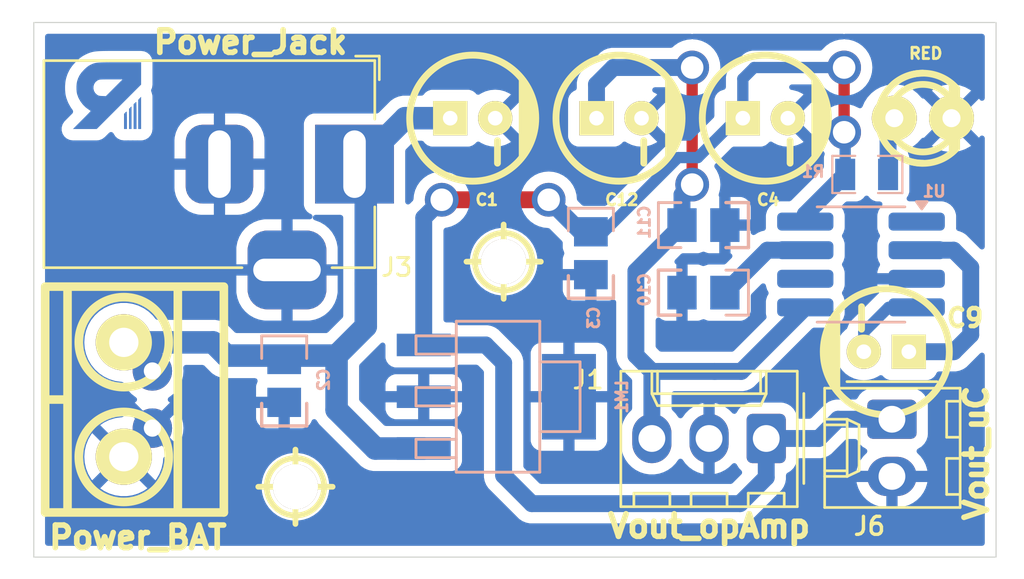
<source format=kicad_pcb>
(kicad_pcb (version 20240108) (generator "pcbnew") (generator_version "8.0")
  (title_block (title "Fuente Electroencefalograma") (date "2025-05-05") (rev "v2.0") (company "E.E.S.T. N°5 \"2 de Abril\" Temperley") (comment 1 "Autor: Iván Romano") (comment 2 "Curso: 7mo 6ta") (comment 3 "Grupo: 2"))
  (layers (0 "F.Cu" signal) (31 "B.Cu" signal) (34 "B.Paste" user) (35 "F.Paste" user) (36 "B.SilkS" user "B.Silkscreen") (37 "F.SilkS" user "F.Silkscreen") (38 "B.Mask" user) (39 "F.Mask" user) (44 "Edge.Cuts" user))
  (net 0 "")
  (net 1 "GND")
  (net 2 "+5V")
  (net 3 "-5V")
  (net 6 "/Vcc")
  (net 7 "Net-(U1-CAP+)")
  (net 8 "Net-(U1-CAP-)")
  (net 9 "Net-(U1-OSC)")
  (net 10 "Net-(LED1-A)")
  (footprint "EESTN5:CAP_ELEC_5x11mm" (layer "F.Cu") (at 165.625 94.125 -90)
    (property "Reference" "C4" (at 3.625 -0.125 0) (layer "F.SilkS") (effects (font (size 0.5 0.5) (thickness 0.125))))
    (property "Value" "470u" (hide yes))
    (fp_line (start 1 -1.1) (end 2 -1.1) (stroke (width 0.3)) (layer "F.SilkS"))
    (fp_line (start -1.7 -2.2) (end 1.7 -2.2) (stroke (width 0.3048)) (layer "F.SilkS"))
    (fp_line (start -1.3 -2.4) (end 1.3 -2.4) (stroke (width 0.3048)) (layer "F.SilkS"))
    (fp_line (start -0.8 -2.6) (end 0.8 -2.6) (stroke (width 0.3048)) (layer "F.SilkS"))
    (fp_circle (center 0 0) (end 2.8 0) (stroke (width 0.3048)) (fill none) (layer "F.SilkS"))
    (pad "1" thru_hole rect (at 0 1 270) (size 1.524 1.524) (drill 0.65) (layers "*.Cu" "*.Mask" "F.SilkS") (net 2 "+5V"))
    (pad "2" thru_hole circle (at 0 -1 270) (size 1.524 1.524) (drill 0.65) (layers "*.Cu" "*.Mask" "F.SilkS") (net 1 "GND"))
  )
  (footprint "Connector_Molex:Molex_KK-254_AE-6410-03A_1x03_P2.54mm_Vertical" (layer "F.Cu") (at 165.665 108.355 180)
    (property "Reference" "J1" (at 7.915 2.605 0) (layer "F.SilkS") (effects (font (size 0.8 0.8) (thickness 0.125))))
    (property "Value" "Vout_opAmp" (at 2.54 -3.895 0) (layer "F.SilkS") (effects (font (thickness 0.25) (bold yes))))
    (fp_line (start 6.46 2.99) (end 6.46 -3.03) (stroke (width 0.12)) (layer "F.SilkS"))
    (fp_line (start 6.46 -3.03) (end -1.38 -3.03) (stroke (width 0.12)) (layer "F.SilkS"))
    (fp_line (start 5.88 -2.43) (end 5.88 -3.03) (stroke (width 0.12)) (layer "F.SilkS"))
    (fp_line (start 5.08 1.99) (end 5.08 2.99) (stroke (width 0.12)) (layer "F.SilkS"))
    (fp_line (start 4.83 2.99) (end 4.83 1.99) (stroke (width 0.12)) (layer "F.SilkS"))
    (fp_line (start 4.83 1.46) (end 5.08 1.99) (stroke (width 0.12)) (layer "F.SilkS"))
    (fp_line (start 4.28 -2.43) (end 5.88 -2.43) (stroke (width 0.12)) (layer "F.SilkS"))
    (fp_line (start 4.28 -3.03) (end 4.28 -2.43) (stroke (width 0.12)) (layer "F.SilkS"))
    (fp_line (start 3.34 -2.43) (end 3.34 -3.03) (stroke (width 0.12)) (layer "F.SilkS"))
    (fp_line (start 1.74 -2.43) (end 3.34 -2.43) (stroke (width 0.12)) (layer "F.SilkS"))
    (fp_line (start 1.74 -3.03) (end 1.74 -2.43) (stroke (width 0.12)) (layer "F.SilkS"))
    (fp_line (start 0.8 -2.43) (end 0.8 -3.03) (stroke (width 0.12)) (layer "F.SilkS"))
    (fp_line (start 0.25 2.99) (end 0.25 1.99) (stroke (width 0.12)) (layer "F.SilkS"))
    (fp_line (start 0.25 1.46) (end 4.83 1.46) (stroke (width 0.12)) (layer "F.SilkS"))
    (fp_line (start 0 2.99) (end 0 1.99) (stroke (width 0.12)) (layer "F.SilkS"))
    (fp_line (start 0 1.99) (end 5.08 1.99) (stroke (width 0.12)) (layer "F.SilkS"))
    (fp_line (start 0 1.99) (end 0.25 1.46) (stroke (width 0.12)) (layer "F.SilkS"))
    (fp_line (start -0.8 -2.43) (end 0.8 -2.43) (stroke (width 0.12)) (layer "F.SilkS"))
    (fp_line (start -0.8 -3.03) (end -0.8 -2.43) (stroke (width 0.12)) (layer "F.SilkS"))
    (fp_line (start -1.38 2.99) (end 6.46 2.99) (stroke (width 0.12)) (layer "F.SilkS"))
    (fp_line (start -1.38 -3.03) (end -1.38 2.99) (stroke (width 0.12)) (layer "F.SilkS"))
    (fp_line (start -1.67 -2) (end -1.67 2) (stroke (width 0.12)) (layer "F.SilkS"))
    (pad "1" thru_hole roundrect (at 0 0 180) (size 1.74 2.19) (drill 1.19) (layers "*.Cu" "*.Mask") (roundrect_rratio 0.143678) (net 2 "+5V"))
    (pad "2" thru_hole oval (at 2.54 0 180) (size 1.74 2.19) (drill 1.19) (layers "*.Cu" "*.Mask") (net 1 "GND"))
    (pad "3" thru_hole oval (at 5.08 0 180) (size 1.74 2.19) (drill 1.19) (layers "*.Cu" "*.Mask") (net 3 "-5V"))
  )
  (footprint "Connector_Molex:Molex_KK-254_AE-6410-02A_1x02_P2.54mm_Vertical" (layer "F.Cu") (at 171.25 107.5 -90)
    (property "Reference" "J6" (at 4.75 1 180) (layer "F.SilkS") (effects (font (size 0.8 0.8))))
    (property "Value" "Vout_uC" (at 1.5 -3.75 90) (layer "F.SilkS") (effects (font (thickness 0.25) (bold yes))))
    (fp_line (start -1.38 2.99) (end 3.92 2.99) (stroke (width 0.12)) (layer "F.SilkS"))
    (fp_line (start 0 2.99) (end 0 1.99) (stroke (width 0.12)) (layer "F.SilkS"))
    (fp_line (start 0.25 2.99) (end 0.25 1.99) (stroke (width 0.12)) (layer "F.SilkS"))
    (fp_line (start 2.29 2.99) (end 2.29 1.99) (stroke (width 0.12)) (layer "F.SilkS"))
    (fp_line (start 3.92 2.99) (end 3.92 -3.03) (stroke (width 0.12)) (layer "F.SilkS"))
    (fp_line (start 0 1.99) (end 2.54 1.99) (stroke (width 0.12)) (layer "F.SilkS"))
    (fp_line (start 0 1.99) (end 0.25 1.46) (stroke (width 0.12)) (layer "F.SilkS"))
    (fp_line (start 2.54 1.99) (end 2.54 2.99) (stroke (width 0.12)) (layer "F.SilkS"))
    (fp_line (start 0.25 1.46) (end 2.29 1.46) (stroke (width 0.12)) (layer "F.SilkS"))
    (fp_line (start 2.29 1.46) (end 2.54 1.99) (stroke (width 0.12)) (layer "F.SilkS"))
    (fp_line (start -1.67 -2) (end -1.67 2) (stroke (width 0.12)) (layer "F.SilkS"))
    (fp_line (start -0.8 -2.43) (end 0.8 -2.43) (stroke (width 0.12)) (layer "F.SilkS"))
    (fp_line (start 0.8 -2.43) (end 0.8 -3.03) (stroke (width 0.12)) (layer "F.SilkS"))
    (fp_line (start 1.74 -2.43) (end 3.34 -2.43) (stroke (width 0.12)) (layer "F.SilkS"))
    (fp_line (start 3.34 -2.43) (end 3.34 -3.03) (stroke (width 0.12)) (layer "F.SilkS"))
    (fp_line (start -1.38 -3.03) (end -1.38 2.99) (stroke (width 0.12)) (layer "F.SilkS"))
    (fp_line (start -0.8 -3.03) (end -0.8 -2.43) (stroke (width 0.12)) (layer "F.SilkS"))
    (fp_line (start 1.74 -3.03) (end 1.74 -2.43) (stroke (width 0.12)) (layer "F.SilkS"))
    (fp_line (start 3.92 -3.03) (end -1.38 -3.03) (stroke (width 0.12)) (layer "F.SilkS"))
    (pad "1" thru_hole roundrect (at 0 0 270) (size 1.74 2.19) (drill 1.19) (layers "*.Cu" "*.Mask") (roundrect_rratio 0.143678) (net 2 "+5V"))
    (pad "2" thru_hole oval (at 2.54 0 270) (size 1.74 2.19) (drill 1.19) (layers "*.Cu" "*.Mask") (net 1 "GND"))
  )
  (footprint "EESTN5:BORNERA2_DUO" (layer "F.Cu") (at 137.125 106.625 -90)
    (property "Reference" "J2" (hide yes))
    (property "Value" "Power_BAT" (at 6.125 -0.625 0) (layer "F.SilkS") (effects (font (thickness 0.25) (bold yes))))
    (fp_line (start -4.9835 3.4925) (end 5.0165 3.4925) (stroke (width 0.381)) (layer "F.SilkS"))
    (fp_line (start 5.0165 3.4925) (end 5.0165 -4.445) (stroke (width 0.381)) (layer "F.SilkS"))
    (fp_line (start 0 2.54) (end 0 3.4845) (stroke (width 0.381)) (layer "F.SilkS"))
    (fp_line (start -5 2.5) (end 5 2.5) (stroke (width 0.381)) (layer "F.SilkS"))
    (fp_line (start -5 -2.4) (end 5 -2.4) (stroke (width 0.381)) (layer "F.SilkS"))
    (fp_line (start -5.0165 -4.445) (end -5.0165 3.4925) (stroke (width 0.381)) (layer "F.SilkS"))
    (fp_line (start 5.0165 -4.445) (end -4.9835 -4.445) (stroke (width 0.381)) (layer "F.SilkS"))
    (fp_circle (center -2.55 0) (end -0.55 0) (stroke (width 0.381)) (fill none) (layer "F.SilkS"))
    (fp_circle (center 2.55 0) (end 0.55 0) (stroke (width 0.381)) (fill none) (layer "F.SilkS"))
    (pad "1" thru_hole circle (at -2.54 0 270) (size 2.5 2.5) (drill 1.3) (layers "*.Cu" "*.Mask" "F.SilkS") (net 6 "/Vcc"))
    (pad "1" thru_hole circle (at -1.27 -1.27 270) (size 1.75 1.75) (drill 0.762) (layers "*.Cu" "*.Mask") (net 6 "/Vcc"))
    (pad "2" thru_hole circle (at 1.27 -1.27 270) (size 1.75 1.75) (drill 0.762) (layers "*.Cu" "*.Mask") (net 1 "GND"))
    (pad "2" thru_hole circle (at 2.54 0 270) (size 2.5 2.5) (drill 1.3) (layers "*.Cu" "*.Mask" "F.SilkS") (net 1 "GND"))
  )
  (footprint "EESTN5:CAP_ELEC_5x11mm" (layer "F.Cu") (at 152.625 94.125 -90)
    (property "Reference" "C1" (at 3.625 -0.625 0) (layer "F.SilkS") (effects (font (size 0.5 0.5) (thickness 0.125))))
    (property "Value" "470u" (hide yes))
    (fp_line (start 1 -1.1) (end 2 -1.1) (stroke (width 0.3)) (layer "F.SilkS"))
    (fp_line (start -1.7 -2.2) (end 1.7 -2.2) (stroke (width 0.3048)) (layer "F.SilkS"))
    (fp_line (start -1.3 -2.4) (end 1.3 -2.4) (stroke (width 0.3048)) (layer "F.SilkS"))
    (fp_line (start -0.8 -2.6) (end 0.8 -2.6) (stroke (width 0.3048)) (layer "F.SilkS"))
    (fp_circle (center 0 0) (end 2.8 0) (stroke (width 0.3048)) (fill none) (layer "F.SilkS"))
    (pad "1" thru_hole rect (at 0 1 270) (size 1.524 1.524) (drill 0.65) (layers "*.Cu" "*.Mask" "F.SilkS") (net 6 "/Vcc"))
    (pad "2" thru_hole circle (at 0 -1 270) (size 1.524 1.524) (drill 0.65) (layers "*.Cu" "*.Mask" "F.SilkS") (net 1 "GND"))
  )
  (footprint "EESTN5:hole_2mm" (layer "F.Cu") (at 154 100.5)
    (property "Reference" "J5" (hide yes))
    (property "Value" "Mounting_Hole" (hide yes))
    (fp_line (start -1.651 0) (end 1.651 0) (stroke (width 0.254)) (layer "F.SilkS"))
    (fp_line (start 0 -1.651) (end 0 1.651) (stroke (width 0.254)) (layer "F.SilkS"))
    (fp_circle (center 0 0) (end 1.27 -0.127) (stroke (width 0.254)) (fill none) (layer "F.SilkS"))
    (pad "1" thru_hole circle (at 0 0) (size 1.99898 1.99898) (drill 1.99898) (layers "*.Cu" "F.SilkS"))
  )
  (footprint "EESTN5:CAP_ELEC_5x11mm" (layer "F.Cu") (at 171 104.5 90)
    (property "Reference" "C9" (at 1.5 3.5 0) (layer "F.SilkS") (effects (font (size 0.8 0.8) (thickness 0.2))))
    (property "Value" "10u" (hide yes))
    (fp_line (start -0.8 -2.6) (end 0.8 -2.6) (stroke (width 0.3048)) (layer "F.SilkS"))
    (fp_line (start -1.3 -2.4) (end 1.3 -2.4) (stroke (width 0.3048)) (layer "F.SilkS"))
    (fp_line (start -1.7 -2.2) (end 1.7 -2.2) (stroke (width 0.3048)) (layer "F.SilkS"))
    (fp_line (start 1 -1.1) (end 2 -1.1) (stroke (width 0.3)) (layer "F.SilkS"))
    (fp_circle (center 0 0) (end 2.8 0) (stroke (width 0.3048)) (fill none) (layer "F.SilkS"))
    (pad "1" thru_hole rect (at 0 1 90) (size 1.524 1.524) (drill 0.65) (layers "*.Cu" "*.Mask" "F.SilkS") (net 7 "Net-(U1-CAP+)"))
    (pad "2" thru_hole circle (at 0 -1 90) (size 1.524 1.524) (drill 0.65) (layers "*.Cu" "*.Mask" "F.SilkS") (net 8 "Net-(U1-CAP-)"))
  )
  (footprint "Connector_BarrelJack:BarrelJack_Horizontal" (layer "F.Cu") (at 147.375 96.1675)
    (property "Reference" "J3" (at 1.875 4.5825 0) (layer "F.SilkS") (effects (font (size 0.8 0.8) (thickness 0.125))))
    (property "Value" "Power_Jack" (at -4.625 -5.4175 0) (layer "F.SilkS") (effects (font (thickness 0.25) (bold yes))))
    (fp_line (start -13.8 -4.6) (end 0.9 -4.6) (stroke (width 0.12)) (layer "F.SilkS"))
    (fp_line (start -13.8 4.6) (end -13.8 -4.6) (stroke (width 0.12)) (layer "F.SilkS"))
    (fp_line (start -5 4.6) (end -13.8 4.6) (stroke (width 0.12)) (layer "F.SilkS"))
    (fp_line (start 0.05 -4.8) (end 1.1 -4.8) (stroke (width 0.12)) (layer "F.SilkS"))
    (fp_line (start 0.9 -4.6) (end 0.9 -2) (stroke (width 0.12)) (layer "F.SilkS"))
    (fp_line (start 0.9 1.9) (end 0.9 4.6) (stroke (width 0.12)) (layer "F.SilkS"))
    (fp_line (start 0.9 4.6) (end -1 4.6) (stroke (width 0.12)) (layer "F.SilkS"))
    (fp_line (start 1.1 -3.75) (end 1.1 -4.8) (stroke (width 0.12)) (layer "F.SilkS"))
    (pad "1" thru_hole rect (at 0 0) (size 3.5 3.5) (drill oval 1 3) (layers "*.Cu" "*.Mask") (net 6 "/Vcc"))
    (pad "2" thru_hole roundrect (at -6 0) (size 3 3.5) (drill oval 1 3) (layers "*.Cu" "*.Mask") (net 1 "GND"))
    (pad "3" thru_hole roundrect (at -3 4.7) (size 3.5 3.5) (drill oval 3 1) (layers "*.Cu" "*.Mask") (net 1 "GND"))
  )
  (footprint "EESTN5:CAP_ELEC_5x11mm" (layer "F.Cu") (at 159.125 94.125 -90)
    (property "Reference" "C12" (at 3.625 -0.125 0) (layer "F.SilkS") (effects (font (size 0.5 0.5) (thickness 0.125))))
    (property "Value" "470u" (hide yes))
    (fp_line (start 1 -1.1) (end 2 -1.1) (stroke (width 0.3)) (layer "F.SilkS"))
    (fp_line (start -1.7 -2.2) (end 1.7 -2.2) (stroke (width 0.3048)) (layer "F.SilkS"))
    (fp_line (start -1.3 -2.4) (end 1.3 -2.4) (stroke (width 0.3048)) (layer "F.SilkS"))
    (fp_line (start -0.8 -2.6) (end 0.8 -2.6) (stroke (width 0.3048)) (layer "F.SilkS"))
    (fp_circle (center 0 0) (end 2.8 0) (stroke (width 0.3048)) (fill none) (layer "F.SilkS"))
    (pad "1" thru_hole rect (at 0 1 270) (size 1.524 1.524) (drill 0.65) (layers "*.Cu" "*.Mask" "F.SilkS") (net 3 "-5V"))
    (pad "2" thru_hole circle (at 0 -1 270) (size 1.524 1.524) (drill 0.65) (layers "*.Cu" "*.Mask" "F.SilkS") (net 1 "GND"))
  )
  (footprint "EESTN5:hole_2mm" (layer "F.Cu") (at 144.75 110.5)
    (property "Reference" "J4" (hide yes))
    (property "Value" "Mounting_Hole" (hide yes))
    (fp_line (start -1.651 0) (end 1.651 0) (stroke (width 0.254)) (layer "F.SilkS"))
    (fp_line (start 0 -1.651) (end 0 1.651) (stroke (width 0.254)) (layer "F.SilkS"))
    (fp_circle (center 0 0) (end 1.27 -0.127) (stroke (width 0.254)) (fill none) (layer "F.SilkS"))
    (pad "1" thru_hole circle (at 0 0) (size 1.99898 1.99898) (drill 1.99898) (layers "*.Cu" "F.SilkS"))
  )
  (footprint "EESTN5:led_3mm_red" (layer "F.Cu") (at 172.625 94.125 90)
    (property "Reference" "LED1" (hide yes))
    (property "Value" "RED" (at 2.875 0.125 180) (layer "F.SilkS") (effects (font (size 0.5 0.5) (thickness 0.125))))
    (fp_line (start -1.50114 1.30048) (end 1.50114 1.30048) (stroke (width 0.29972)) (layer "F.SilkS"))
    (fp_line (start -1.30048 1.50114) (end 1.30048 1.50114) (stroke (width 0.29972)) (layer "F.SilkS"))
    (fp_arc (start 0 -1.99898) (mid 1.413492 -1.413492) (end 1.99898 0) (stroke (width 0.29972)) (layer "F.SilkS"))
    (fp_arc (start 1.50876 -1.31064) (mid 1.993617 0.140092) (end 1.31064 1.50876) (stroke (width 0.29972)) (layer "F.SilkS"))
    (fp_arc (start -1.99898 0) (mid -1.413492 -1.413492) (end 0 -1.99898) (stroke (width 0.29972)) (layer "F.SilkS"))
    (fp_arc (start -1.33096 1.50114) (mid -2.002597 0.120335) (end -1.50114 -1.33096) (stroke (width 0.29972)) (layer "F.SilkS"))
    (fp_circle (center 0 0) (end -1.50114 0) (stroke (width 0.29972)) (fill none) (layer "F.SilkS"))
    (pad "1" thru_hole circle (at 0 -1.27 90) (size 1.99898 1.99898) (drill 0.8001) (layers "*.Cu" "*.Mask" "F.SilkS") (net 10 "Net-(LED1-A)"))
    (pad "2" thru_hole circle (at 0 1.27 90) (size 1.99898 1.99898) (drill 0.8001) (layers "*.Cu" "*.Mask" "F.SilkS") (net 1 "GND"))
  )
  (footprint "EESTN5:R_0805" (layer "B.Cu") (at 170.125 96.625)
    (property "Reference" "R1" (at -2.375 -0.125 0) (layer "B.SilkS") (effects (font (size 0.5 0.5) (thickness 0.125)) (justify mirror)))
    (property "Value" "330" (hide yes))
    (fp_line (start -1.524 -0.8255) (end -0.508 -0.8255) (stroke (width 0.09906)) (layer "B.SilkS"))
    (fp_line (start -1.524 0.8255) (end -1.524 -0.8255) (stroke (width 0.09906)) (layer "B.SilkS"))
    (fp_line (start -0.508 0.8255) (end -1.524 0.8255) (stroke (width 0.09906)) (layer "B.SilkS"))
    (fp_line (start 0.508 -0.8255) (end 1.5875 -0.8255) (stroke (width 0.09906)) (layer "B.SilkS"))
    (fp_line (start 1.5875 -0.8255) (end 1.5875 0.8255) (stroke (width 0.09906)) (layer "B.SilkS"))
    (fp_line (start 1.5875 0.8255) (end 0.508 0.8255) (stroke (width 0.09906)) (layer "B.SilkS"))
    (pad "1" smd rect (at -0.9525 0) (size 0.889 1.397) (layers "B.Cu" "B.Paste" "B.Mask") (net 2 "+5V"))
    (pad "2" smd rect (at 0.9525 0) (size 0.889 1.397) (layers "B.Cu" "B.Paste" "B.Mask") (net 10 "Net-(LED1-A)"))
  )
  (footprint "EESTN5:C_0805" (layer "B.Cu") (at 162.875 101.875)
    (property "Reference" "C10" (at -2.625 -0.125 90) (layer "B.SilkS") (effects (font (size 0.5 0.5) (thickness 0.125) (bold yes)) (justify mirror)))
    (property "Value" "100n" (hide yes))
    (fp_line (start -2 -1) (end -2 1) (stroke (width 0.15)) (layer "B.SilkS"))
    (fp_line (start -2 1) (end -1 1) (stroke (width 0.15)) (layer "B.SilkS"))
    (fp_line (start -1 -1) (end -2 -1) (stroke (width 0.15)) (layer "B.SilkS"))
    (fp_line (start 1 -1) (end 2 -1) (stroke (width 0.127)) (layer "B.SilkS"))
    (fp_line (start 2 -1) (end 2 1) (stroke (width 0.127)) (layer "B.SilkS"))
    (fp_line (start 2 1) (end 1 1) (stroke (width 0.127)) (layer "B.SilkS"))
    (pad "1" smd rect (at 0.9525 0) (size 1.30048 1.4986) (layers "B.Cu" "B.Paste" "B.Mask") (net 9 "Net-(U1-OSC)"))
    (pad "2" smd rect (at -0.9525 0) (size 1.30048 1.4986) (layers "B.Cu" "B.Paste" "B.Mask") (net 1 "GND"))
  )
  (footprint "EESTN5:C_0805" (layer "B.Cu") (at 157.875 100.125 90)
    (property "Reference" "C3" (at -2.875 0.125 90) (layer "B.SilkS") (effects (font (size 0.5 0.5) (thickness 0.125) (bold yes)) (justify mirror)))
    (property "Value" "100n" (hide yes))
    (fp_line (start 2 -1) (end 2 1) (stroke (width 0.127)) (layer "B.SilkS"))
    (fp_line (start 1 -1) (end 2 -1) (stroke (width 0.127)) (layer "B.SilkS"))
    (fp_line (start -1 -1) (end -2 -1) (stroke (width 0.15)) (layer "B.SilkS"))
    (fp_line (start -2 -1) (end -2 1) (stroke (width 0.15)) (layer "B.SilkS"))
    (fp_line (start 2 1) (end 1 1) (stroke (width 0.127)) (layer "B.SilkS"))
    (fp_line (start -2 1) (end -1 1) (stroke (width 0.15)) (layer "B.SilkS"))
    (pad "1" smd rect (at 0.9525 0 90) (size 1.30048 1.4986) (layers "B.Cu" "B.Paste" "B.Mask") (net 2 "+5V"))
    (pad "2" smd rect (at -0.9525 0 90) (size 1.30048 1.4986) (layers "B.Cu" "B.Paste" "B.Mask") (net 1 "GND"))
  )
  (footprint "EESTN5:SOT223-TAB2" (layer "B.Cu") (at 153.75 106.5 90)
    (property "Reference" "LM1" (at 0 5.5 90) (layer "B.SilkS") (effects (font (size 0.5 0.5) (thickness 0.125)) (justify mirror)))
    (property "Value" "~" (hide yes))
    (fp_line (start 2.7051 -3.6449) (end 1.8923 -3.6449) (stroke (width 0.127)) (layer "B.SilkS"))
    (fp_line (start 0.4064 -3.6449) (end -0.4064 -3.6449) (stroke (width 0.127)) (layer "B.SilkS"))
    (fp_line (start -1.8923 -3.6449) (end -2.7051 -3.6449) (stroke (width 0.127)) (layer "B.SilkS"))
    (fp_line (start 3.3528 -1.8542) (end 3.3528 1.8542) (stroke (width 0.127)) (layer "B.SilkS"))
    (fp_line (start 2.7051 -1.8542) (end 2.7051 -3.6449) (stroke (width 0.127)) (layer "B.SilkS"))
    (fp_line (start 1.8923 -1.8542) (end 1.8923 -3.6449) (stroke (width 0.127)) (layer "B.SilkS"))
    (fp_line (start 0.4064 -1.8542) (end 0.4064 -3.6449) (stroke (width 0.127)) (layer "B.SilkS"))
    (fp_line (start -0.4064 -1.8542) (end -0.4064 -3.6449) (stroke (width 0.127)) (layer "B.SilkS"))
    (fp_line (start -1.8923 -1.8542) (end -1.8923 -3.6449) (stroke (width 0.127)) (layer "B.SilkS"))
    (fp_line (start -2.7051 -1.8542) (end -2.7051 -3.6449) (stroke (width 0.127)) (layer "B.SilkS"))
    (fp_line (start -3.3528 -1.8542) (end 3.3528 -1.8542) (stroke (width 0.127)) (layer "B.SilkS"))
    (fp_line (start 3.3528 1.8542) (end -3.3528 1.8542) (stroke (width 0.127)) (layer "B.SilkS"))
    (fp_line (start 1.5494 1.8542) (end 1.5494 3.6449) (stroke (width 0.127)) (layer "B.SilkS"))
    (fp_line (start -1.5494 1.8542) (end -1.5494 3.6449) (stroke (width 0.127)) (layer "B.SilkS"))
    (fp_line (start -3.3528 1.8542) (end -3.3528 -1.8542) (stroke (width 0.127)) (layer "B.SilkS"))
    (fp_line (start 1.5494 3.6449) (end -1.5494 3.6449) (stroke (width 0.127)) (layer "B.SilkS"))
    (pad "1" smd rect (at -2.3 -3.3 90) (size 1 2.4) (layers "B.Cu" "B.Paste" "B.Mask") (net 6 "/Vcc"))
    (pad "2" smd rect (at 0 -3.3 90) (size 1 2.4) (layers "B.Cu" "B.Paste" "B.Mask") (net 1 "GND"))
    (pad "2" smd rect (at 0 3.15 90) (size 3.8 2.4) (layers "B.Cu" "B.Paste" "B.Mask") (net 1 "GND"))
    (pad "3" smd rect (at 2.3 -3.3 90) (size 1 2.4) (layers "B.Cu" "B.Paste" "B.Mask") (net 2 "+5V"))
  )
  (footprint "Package_SO:SOIC-8_3.9x4.9mm_P1.27mm" (layer "B.Cu") (at 169.875 100.625 180)
    (property "Reference" "U1" (at -3.25 3.25 0) (layer "B.SilkS") (effects (font (size 0.5 0.5) (thickness 0.125)) (justify mirror)))
    (property "Value" "ICL7660")
    (fp_line (start 1.95 2.56) (end 0 2.56) (stroke (width 0.12)) (layer "B.SilkS"))
    (fp_line (start 1.95 -2.56) (end 0 -2.56) (stroke (width 0.12)) (layer "B.SilkS"))
    (fp_line (start -1.95 2.56) (end 0 2.56) (stroke (width 0.12)) (layer "B.SilkS"))
    (fp_line (start -1.95 -2.56) (end 0 -2.56) (stroke (width 0.12)) (layer "B.SilkS"))
    (fp_poly (pts (xy -2.7 2.465) (xy -2.94 2.795) (xy -2.46 2.795) (xy -2.7 2.465)) (stroke (width 0.12)) (fill solid) (layer "B.SilkS"))
    (pad "1" smd roundrect (at -2.475 1.905 180) (size 2.5 0.8) (layers "B.Cu" "B.Paste" "B.Mask"))
    (pad "2" smd roundrect (at -2.475 0.635 180) (size 2.5 0.8) (layers "B.Cu" "B.Paste" "B.Mask") (net 7 "Net-(U1-CAP+)"))
    (pad "3" smd roundrect (at -2.475 -0.635 180) (size 2.5 0.8) (layers "B.Cu" "B.Paste" "B.Mask") (net 1 "GND"))
    (pad "4" smd roundrect (at -2.475 -1.905 180) (size 2.5 0.8) (layers "B.Cu" "B.Paste" "B.Mask") (net 8 "Net-(U1-CAP-)"))
    (pad "5" smd roundrect (at 2.475 -1.905 180) (size 2.5 0.8) (layers "B.Cu" "B.Paste" "B.Mask") (net 3 "-5V"))
    (pad "6" smd roundrect (at 2.475 -0.635 180) (size 2.5 0.8) (layers "B.Cu" "B.Paste" "B.Mask"))
    (pad "7" smd roundrect (at 2.475 0.635 180) (size 2.5 0.8) (layers "B.Cu" "B.Paste" "B.Mask") (net 9 "Net-(U1-OSC)"))
    (pad "8" smd roundrect (at 2.475 1.905 180) (size 2.5 0.8) (layers "B.Cu" "B.Paste" "B.Mask") (net 2 "+5V"))
  )
  (footprint "EESTN5:C_0805" (layer "B.Cu") (at 144.25 105.7975 90)
    (property "Reference" "C2" (at 0.0475 1.75 90) (layer "B.SilkS") (effects (font (size 0.5 0.5) (thickness 0.125)) (justify mirror)))
    (property "Value" "100n" (hide yes))
    (fp_line (start 2 -1) (end 2 1) (stroke (width 0.127)) (layer "B.SilkS"))
    (fp_line (start 1 -1) (end 2 -1) (stroke (width 0.127)) (layer "B.SilkS"))
    (fp_line (start -1 -1) (end -2 -1) (stroke (width 0.15)) (layer "B.SilkS"))
    (fp_line (start -2 -1) (end -2 1) (stroke (width 0.15)) (layer "B.SilkS"))
    (fp_line (start 2 1) (end 1 1) (stroke (width 0.127)) (layer "B.SilkS"))
    (fp_line (start -2 1) (end -1 1) (stroke (width 0.15)) (layer "B.SilkS"))
    (pad "1" smd rect (at 0.9525 0 90) (size 1.30048 1.4986) (layers "B.Cu" "B.Paste" "B.Mask") (net 6 "/Vcc"))
    (pad "2" smd rect (at -0.9525 0 90) (size 1.30048 1.4986) (layers "B.Cu" "B.Paste" "B.Mask") (net 1 "GND"))
  )
  (footprint "Logo Romano:Logo_Romano" (layer "B.Cu") (at 136.375 93.125 180)
    (property "Reference" "G***" (hide yes))
    (property "Value" "LOGO" (hide yes))
    (fp_poly (pts (xy -1.037491 -0.528008) (xy -0.981911 -0.581257) (xy -0.981911 -1.031693) (xy -0.981911 -1.482129) (xy -1.037491 -1.482129) (xy -1.093071 -1.482129) (xy -1.093071 -0.978444) (xy -1.093071 -0.474759)) (fill solid) (layer "B.Cu"))
    (fp_poly (pts (xy -1.453839 -0.115519) (xy -1.389497 -0.184722) (xy -1.389497 -0.833426) (xy -1.389497 -1.482129) (xy -1.45434 -1.482129) (xy -1.519183 -1.482129) (xy -1.518682 -0.764223) (xy -1.518181 -0.046316)) (fill solid) (layer "B.Cu"))
    (fp_poly (pts (xy -0.852828 -0.716236) (xy -0.818649 -0.746554) (xy -0.809375 -0.755973) (xy -0.759592 -0.807935) (xy -0.759592 -1.145032) (xy -0.759592 -1.482129) (xy -0.824435 -1.482129) (xy -0.889278 -1.482129) (xy -0.889278 -1.09307) (xy -0.888596 -0.977526) (xy -0.886689 -0.875628) (xy -0.883767 -0.792788) (xy -0.880039 -0.734418) (xy -0.875715 -0.705932) (xy -0.874218 -0.704011)) (fill solid) (layer "B.Cu"))
    (fp_poly (pts (xy -1.282057 -0.289574) (xy -1.247426 -0.318541) (xy -1.237666 -0.327682) (xy -1.185704 -0.377464) (xy -1.185704 -0.929797) (xy -1.185704 -1.482129) (xy -1.250547 -1.482129) (xy -1.315391 -1.482129) (xy -1.315391 -0.880014) (xy -1.31501 -0.73487) (xy -1.313929 -0.60231) (xy -1.312242 -0.486686) (xy -1.310042 -0.392348) (xy -1.307421 -0.323647) (xy -1.304473 -0.284933) (xy -1.302509 -0.277899)) (fill solid) (layer "B.Cu"))
    (fp_poly (pts (xy -0.335413 1.482076) (xy -0.144705 1.481708) (xy 0.015915 1.480717) (xy 0.149929 1.478795) (xy 0.260819 1.475635) (xy 0.352069 1.470927) (xy 0.427161 1.464364) (xy 0.489577 1.455637) (xy 0.5428 1.444438) (xy 0.590312 1.430458) (xy 0.635596 1.41339) (xy 0.682134 1.392924) (xy 0.733409 1.368754) (xy 0.736233 1.367407) (xy 0.813545 1.324628) (xy 0.890455 1.268458) (xy 0.975887 1.192021) (xy 1.019241 1.149432) (xy 1.132907 1.024054) (xy 1.21824 0.90163) (xy 1.281465 0.771756) (xy 1.324982 0.638529) (xy 1.343891 0.534821) (xy 1.353092 0.410124) (xy 1.352576 0.27906) (xy 1.342336 0.156249) (xy 1.32526 0.066552) (xy 1.265633 -0.095178) (xy 1.177428 -0.253472) (xy 1.067085 -0.399575) (xy 0.941043 -0.524733) (xy 0.831184 -0.605164) (xy 0.777014 -0.640089) (xy 0.738084 -0.668027) (xy 0.722557 -0.683107) (xy 0.722538 -0.683328) (xy 0.735139 -0.698723) (xy 0.770798 -0.736939) (xy 0.826304 -0.794672) (xy 0.898442 -0.868614) (xy 0.984 -0.955459) (xy 1.079765 -1.051901) (xy 1.116067 -1.088281) (xy 1.509596 -1.482129) (xy 0.981137 -1.482129) (xy 0.452678 -1.482129) (xy -0.533179 -0.495587) (xy -1.519036 0.490956) (xy -1.519071 0.722539) (xy -0.694401 0.722539) (xy -0.324043 0.350835) (xy 0.046316 -0.020869) (xy 0.205418 -0.015066) (xy 0.288104 -0.010558) (xy 0.345381 -0.002376) (xy 0.388885 0.012326) (xy 0.430252 0.036396) (xy 0.438364 0.04194) (xy 0.51949 0.118184) (xy 0.572501 0.210239) (xy 0.597707 0.311304) (xy 0.595418 0.414577) (xy 0.565944 0.513254) (xy 0.509595 0.600536) (xy 0.426682 0.669619) (xy 0.409303 0.679415) (xy 0.384047 0.692157) (xy 0.35909 0.702104) (xy 0.329684 0.709604) (xy 0.291082 0.715001) (xy 0.238536 0.718641) (xy 0.167298 0.72087) (xy 0.072623 0.722031) (xy -0.050239 0.722473) (xy -0.183375 0.722539) (xy -0.694401 0.722539) (xy -1.519071 0.722539) (xy -1.51911 0.986543) (xy -1.519183 1.48213) (xy -0.559691 1.48213)) (fill solid) (layer "B.Cu"))
  )
  (footprint "EESTN5:C_0805" (layer "B.Cu") (at 162.875 98.875 180)
    (property "Reference" "C11" (at 2.625 0.125 90) (layer "B.SilkS") (effects (font (size 0.5 0.5) (thickness 0.125)) (justify mirror)))
    (property "Value" "100n" (hide yes))
    (fp_line (start 2 1) (end 1 1) (stroke (width 0.127)) (layer "B.SilkS"))
    (fp_line (start 2 -1) (end 2 1) (stroke (width 0.127)) (layer "B.SilkS"))
    (fp_line (start 1 -1) (end 2 -1) (stroke (width 0.127)) (layer "B.SilkS"))
    (fp_line (start -1 -1) (end -2 -1) (stroke (width 0.15)) (layer "B.SilkS"))
    (fp_line (start -2 1) (end -1 1) (stroke (width 0.15)) (layer "B.SilkS"))
    (fp_line (start -2 -1) (end -2 1) (stroke (width 0.15)) (layer "B.SilkS"))
    (pad "1" smd rect (at 0.9525 0 180) (size 1.30048 1.4986) (layers "B.Cu" "B.Paste" "B.Mask") (net 3 "-5V"))
    (pad "2" smd rect (at -0.9525 0 180) (size 1.30048 1.4986) (layers "B.Cu" "B.Paste" "B.Mask") (net 1 "GND"))
  )
  (gr_rect (start 133.125 89.875) (end 175.875 113.625) (stroke (width 0.05)) (fill none) (layer "Edge.Cuts"))
  (segment (start 169.125 94.75) (end 169.125 91.875) (width 0.5) (layer "F.Cu") (net 2))
  (segment (start 151.25 97.75) (end 156 97.75) (width 0.75) (layer "F.Cu") (net 2))
  (via (at 169.125 94.75) (size 1.5) (drill 1) (layers "F.Cu" "B.Cu") (net 2))
  (via (at 169.125 91.875) (size 1.5) (drill 1) (layers "F.Cu" "B.Cu") (net 2))
  (via (at 151.25 97.75) (size 1.5) (drill 1) (layers "F.Cu" "B.Cu") (net 2))
  (via (at 156 97.75) (size 1.5) (drill 1) (layers "F.Cu" "B.Cu") (net 2))
  (segment (start 154 105) (end 153.2 104.2) (width 0.75) (layer "B.Cu") (net 2))
  (segment (start 154 110) (end 154 105) (width 0.75) (layer "B.Cu") (net 2))
  (segment (start 169.125 91.875) (end 165.125 91.875) (width 0.5) (layer "B.Cu") (net 2))
  (segment (start 158.4525 99.1725) (end 157.875 99.1725) (width 0.5) (layer "B.Cu") (net 2))
  (segment (start 165.665 108.355) (end 168 108.355) (width 0.75) (layer "B.Cu") (net 2))
  (segment (start 151.25 97.75) (end 150.45 98.55) (width 0.75) (layer "B.Cu") (net 2))
  (segment (start 156 97.75) (end 157.4225 99.1725) (width 0.75) (layer "B.Cu") (net 2))
  (segment (start 153.2 104.2) (end 150.45 104.2) (width 0.75) (layer "B.Cu") (net 2))
  (segment (start 165.125 91.875) (end 164.625 92.375) (width 0.5) (layer "B.Cu") (net 2))
  (segment (start 167.4 98.72) (end 167.4 98.3975) (width 0.75) (layer "B.Cu") (net 2))
  (segment (start 169.125 94.75) (end 169.1725 94.7975) (width 0.5) (layer "B.Cu") (net 2))
  (segment (start 169.1725 94.7975) (end 169.1725 96.625) (width 0.5) (layer "B.Cu") (net 2))
  (segment (start 155.25 111.25) (end 154 110) (width 0.75) (layer "B.Cu") (net 2))
  (segment (start 167.4 98.3975) (end 169.1725 96.625) (width 0.75) (layer "B.Cu") (net 2))
  (segment (start 168 108.355) (end 168.855 107.5) (width 0.75) (layer "B.Cu") (net 2))
  (segment (start 157.4225 99.1725) (end 157.875 99.1725) (width 0.75) (layer "B.Cu") (net 2))
  (segment (start 162.625 95.875) (end 161.75 95.875) (width 0.5) (layer "B.Cu") (net 2))
  (segment (start 168.855 107.5) (end 171.25 107.5) (width 0.75) (layer "B.Cu") (net 2))
  (segment (start 164.5 111.25) (end 155.25 111.25) (width 0.75) (layer "B.Cu") (net 2))
  (segment (start 164.625 93.875) (end 162.625 95.875) (width 0.5) (layer "B.Cu") (net 2))
  (segment (start 164.625 92.375) (end 164.625 93.875) (width 0.5) (layer "B.Cu") (net 2))
  (segment (start 165.665 108.355) (end 165.665 110.085) (width 0.75) (layer "B.Cu") (net 2))
  (segment (start 161.75 95.875) (end 158.4525 99.1725) (width 0.5) (layer "B.Cu") (net 2))
  (segment (start 150.45 98.55) (end 150.45 104.2) (width 0.75) (layer "B.Cu") (net 2))
  (segment (start 165.665 110.085) (end 164.5 111.25) (width 0.75) (layer "B.Cu") (net 2))
  (segment (start 162.375 97.075) (end 162.375 91.875) (width 0.5) (layer "F.Cu") (net 3))
  (via (at 162.375 91.875) (size 1.5) (drill 1) (layers "F.Cu" "B.Cu") (net 3))
  (via (at 162.375 97.075) (size 1.5) (drill 1) (layers "F.Cu" "B.Cu") (net 3))
  (segment (start 160.585 105.375) (end 163.375 105.375) (width 0.75) (layer "B.Cu") (net 3))
  (segment (start 158.875 91.875) (end 158.125 92.625) (width 0.75) (layer "B.Cu") (net 3))
  (segment (start 161.9225 97.5275) (end 161.9225 98.875) (width 0.75) (layer "B.Cu") (net 3))
  (segment (start 159.875 104.665) (end 160.585 105.375) (width 0.75) (layer "B.Cu") (net 3))
  (segment (start 159.875 104.665) (end 159.875 100.9225) (width 0.75) (layer "B.Cu") (net 3))
  (segment (start 162.375 91.875) (end 158.875 91.875) (width 0.75) (layer "B.Cu") (net 3))
  (segment (start 164.555 105.375) (end 167.4 102.53) (width 0.75) (layer "B.Cu") (net 3))
  (segment (start 160.585 105.375) (end 160.585 108.355) (width 0.75) (layer "B.Cu") (net 3))
  (segment (start 162.375 97.075) (end 161.9225 97.5275) (width 0.75) (layer "B.Cu") (net 3))
  (segment (start 163.375 105.375) (end 164.555 105.375) (width 0.75) (layer "B.Cu") (net 3))
  (segment (start 158.125 92.625) (end 158.125 94.125) (width 0.75) (layer "B.Cu") (net 3))
  (segment (start 159.875 100.9225) (end 161.9225 98.875) (width 0.75) (layer "B.Cu") (net 3))
  (segment (start 147.875 99.625) (end 147.875 96.6675) (width 1) (layer "B.Cu") (net 6))
  (segment (start 146.5775 104.6725) (end 146.5775 107.0775) (width 1) (layer "B.Cu") (net 6))
  (segment (start 146.5775 107.0775) (end 148.3 108.8) (width 1) (layer "B.Cu") (net 6))
  (segment (start 141.085 104.085) (end 141.6725 104.6725) (width 1) (layer "B.Cu") (net 6))
  (segment (start 137.125 104.085) (end 141.085 104.085) (width 1) (layer "B.Cu") (net 6))
  (segment (start 147.375 96.1675) (end 147.5825 96.1675) (width 1) (layer "B.Cu") (net 6))
  (segment (start 149.625 94.125) (end 151.875 94.125) (width 1) (layer "B.Cu") (net 6))
  (segment (start 147.875 103.375) (end 147.875 101.5) (width 1) (layer "B.Cu") (net 6))
  (segment (start 147.875 96.6675) (end 147.375 96.1675) (width 1) (layer "B.Cu") (net 6))
  (segment (start 147.5825 96.1675) (end 149.625 94.125) (width 1) (layer "B.Cu") (net 6))
  (segment (start 141.6725 104.6725) (end 146.5775 104.6725) (width 1) (layer "B.Cu") (net 6))
  (segment (start 146.5775 104.6725) (end 147.875 103.375) (width 1) (layer "B.Cu") (net 6))
  (segment (start 148.3 108.8) (end 150.45 108.8) (width 1) (layer "B.Cu") (net 6))
  (segment (start 147.875 101.5) (end 147.875 99.625) (width 1) (layer "B.Cu") (net 6))
  (segment (start 172 104.5) (end 174 104.5) (width 0.75) (layer "B.Cu") (net 7))
  (segment (start 174.75 100.75) (end 173.99 99.99) (width 0.75) (layer "B.Cu") (net 7))
  (segment (start 174 104.5) (end 174.75 103.75) (width 0.75) (layer "B.Cu") (net 7))
  (segment (start 174.75 103.75) (end 174.75 100.75) (width 0.75) (layer "B.Cu") (net 7))
  (segment (start 173.99 99.99) (end 172.35 99.99) (width 0.75) (layer "B.Cu") (net 7))
  (segment (start 171.1 102.53) (end 170 103.63) (width 0.5) (layer "B.Cu") (net 8))
  (segment (start 170 103.63) (end 170 104.5) (width 0.5) (layer "B.Cu") (net 8))
  (segment (start 172.35 102.53) (end 171.1 102.53) (width 0.5) (layer "B.Cu") (net 8))
  (segment (start 167.4 99.99) (end 165.7125 99.99) (width 0.75) (layer "B.Cu") (net 9))
  (segment (start 165.7125 99.99) (end 163.8275 101.875) (width 0.75) (layer "B.Cu") (net 9))
  (segment (start 171.0775 96.625) (end 171.0775 94.4025) (width 0.75) (layer "B.Cu") (net 10))
  (segment (start 171.0775 94.4025) (end 171.355 94.125) (width 0.75) (layer "B.Cu") (net 10))
  (zone (net 1) (net_name "GND") (layer "B.Cu") (connect_pads (clearance 0.5)) (min_thickness 0.25) (fill yes (thermal_gap 0.5) (thermal_bridge_width 0.5))
    (polygon (pts (xy 131.875 88.875) (xy 177.125 89.125) (xy 176.875 114.625) (xy 131.625 114.375)))
  )
)
</source>
